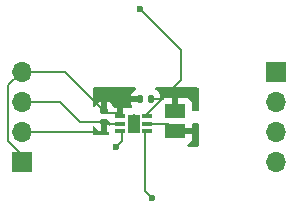
<source format=gbr>
%TF.GenerationSoftware,KiCad,Pcbnew,7.0.8*%
%TF.CreationDate,2023-10-23T16:10:47-04:00*%
%TF.ProjectId,BoostCircuit,426f6f73-7443-4697-9263-7569742e6b69,rev?*%
%TF.SameCoordinates,Original*%
%TF.FileFunction,Copper,L1,Top*%
%TF.FilePolarity,Positive*%
%FSLAX46Y46*%
G04 Gerber Fmt 4.6, Leading zero omitted, Abs format (unit mm)*
G04 Created by KiCad (PCBNEW 7.0.8) date 2023-10-23 16:10:47*
%MOMM*%
%LPD*%
G01*
G04 APERTURE LIST*
G04 Aperture macros list*
%AMRoundRect*
0 Rectangle with rounded corners*
0 $1 Rounding radius*
0 $2 $3 $4 $5 $6 $7 $8 $9 X,Y pos of 4 corners*
0 Add a 4 corners polygon primitive as box body*
4,1,4,$2,$3,$4,$5,$6,$7,$8,$9,$2,$3,0*
0 Add four circle primitives for the rounded corners*
1,1,$1+$1,$2,$3*
1,1,$1+$1,$4,$5*
1,1,$1+$1,$6,$7*
1,1,$1+$1,$8,$9*
0 Add four rect primitives between the rounded corners*
20,1,$1+$1,$2,$3,$4,$5,0*
20,1,$1+$1,$4,$5,$6,$7,0*
20,1,$1+$1,$6,$7,$8,$9,0*
20,1,$1+$1,$8,$9,$2,$3,0*%
G04 Aperture macros list end*
%TA.AperFunction,ComponentPad*%
%ADD10R,1.700000X1.700000*%
%TD*%
%TA.AperFunction,ComponentPad*%
%ADD11O,1.700000X1.700000*%
%TD*%
%TA.AperFunction,SMDPad,CuDef*%
%ADD12R,0.849999X0.399999*%
%TD*%
%TA.AperFunction,SMDPad,CuDef*%
%ADD13R,0.849998X0.399998*%
%TD*%
%TA.AperFunction,SMDPad,CuDef*%
%ADD14R,1.000000X1.599999*%
%TD*%
%TA.AperFunction,ComponentPad*%
%ADD15C,0.499999*%
%TD*%
%TA.AperFunction,SMDPad,CuDef*%
%ADD16RoundRect,0.140000X0.140000X0.170000X-0.140000X0.170000X-0.140000X-0.170000X0.140000X-0.170000X0*%
%TD*%
%TA.AperFunction,SMDPad,CuDef*%
%ADD17R,1.800000X1.200000*%
%TD*%
%TA.AperFunction,SMDPad,CuDef*%
%ADD18RoundRect,0.140000X0.170000X-0.140000X0.170000X0.140000X-0.170000X0.140000X-0.170000X-0.140000X0*%
%TD*%
%TA.AperFunction,ViaPad*%
%ADD19C,0.600000*%
%TD*%
%TA.AperFunction,Conductor*%
%ADD20C,0.200000*%
%TD*%
G04 APERTURE END LIST*
D10*
%TO.P,J2,1,Pin_1*%
%TO.N,N/C*%
X144000000Y-100130000D03*
D11*
%TO.P,J2,2,Pin_2*%
X144000000Y-102670000D03*
%TO.P,J2,3,Pin_3*%
X144000000Y-105210000D03*
%TO.P,J2,4,Pin_4*%
X144000000Y-107750000D03*
%TD*%
D10*
%TO.P,J1,1,Pin_1*%
%TO.N,GND*%
X122500000Y-107730000D03*
D11*
%TO.P,J1,2,Pin_2*%
%TO.N,/Vout+*%
X122500000Y-105190000D03*
%TO.P,J1,3,Pin_3*%
X122500000Y-102650000D03*
%TO.P,J1,4,Pin_4*%
%TO.N,GND*%
X122500000Y-100110000D03*
%TD*%
D12*
%TO.P,U1,1,GND*%
%TO.N,GND*%
X130795000Y-103839999D03*
%TO.P,U1,2,VOUT*%
%TO.N,/Vout+*%
X130795000Y-104490000D03*
%TO.P,U1,3,FB*%
%TO.N,GND*%
X130795000Y-105139999D03*
%TO.P,U1,4,EN*%
%TO.N,Net-(U1-EN)*%
X133144998Y-105139999D03*
%TO.P,U1,5,SW*%
%TO.N,Net-(U1-SW)*%
X133144998Y-104490000D03*
D13*
%TO.P,U1,6,VIN*%
%TO.N,Net-(U1-EN)*%
X133144999Y-103839999D03*
D14*
%TO.P,U1,7,PAD*%
%TO.N,GND*%
X131969999Y-104490000D03*
D15*
%TO.P,U1,V*%
X131969999Y-103940001D03*
X131969999Y-105039999D03*
%TD*%
D16*
%TO.P,C1,1*%
%TO.N,Net-(U1-EN)*%
X133460000Y-102430000D03*
%TO.P,C1,2*%
%TO.N,GND*%
X132500000Y-102430000D03*
%TD*%
D17*
%TO.P,L1,1,1*%
%TO.N,Net-(U1-EN)*%
X135500000Y-103430000D03*
%TO.P,L1,2,2*%
%TO.N,Net-(U1-SW)*%
X135500000Y-105130000D03*
%TD*%
D18*
%TO.P,C2,1*%
%TO.N,/Vout+*%
X129500000Y-104390000D03*
%TO.P,C2,2*%
%TO.N,GND*%
X129500000Y-103430000D03*
%TD*%
D19*
%TO.N,GND*%
X130500000Y-106430000D03*
X131500000Y-102430000D03*
%TO.N,Net-(U1-EN)*%
X133500000Y-110750000D03*
X132500000Y-94750000D03*
%TD*%
D20*
%TO.N,GND*%
X126180000Y-100110000D02*
X129500000Y-103430000D01*
X130995000Y-105935000D02*
X130500000Y-106430000D01*
X132500000Y-102430000D02*
X131500000Y-102430000D01*
X130995000Y-102935000D02*
X131500000Y-102430000D01*
X122500000Y-100110000D02*
X126180000Y-100110000D01*
X130995000Y-105139999D02*
X130995000Y-105935000D01*
X130745001Y-103590000D02*
X130995000Y-103839999D01*
X129500000Y-103590000D02*
X130745001Y-103590000D01*
X121350000Y-101260000D02*
X122500000Y-100110000D01*
X121350000Y-105992763D02*
X121350000Y-101260000D01*
X122500000Y-107730000D02*
X122500000Y-107142763D01*
X122500000Y-107142763D02*
X121350000Y-105992763D01*
X130995000Y-103839999D02*
X130995000Y-102935000D01*
%TO.N,/Vout+*%
X125010000Y-105190000D02*
X129240000Y-105190000D01*
X122500000Y-105190000D02*
X125010000Y-105190000D01*
X125000000Y-105180000D02*
X125010000Y-105190000D01*
X125720000Y-102650000D02*
X127460000Y-104390000D01*
X130995000Y-104490000D02*
X129760000Y-104490000D01*
X122500000Y-102650000D02*
X125720000Y-102650000D01*
X129500000Y-104930000D02*
X129500000Y-104390000D01*
X129760000Y-104490000D02*
X129500000Y-104230000D01*
X129240000Y-105190000D02*
X129500000Y-104930000D01*
X127460000Y-104390000D02*
X129500000Y-104390000D01*
%TO.N,Net-(U1-EN)*%
X132944998Y-110194998D02*
X132944998Y-105139999D01*
X133500000Y-110750000D02*
X132944998Y-110194998D01*
X136000000Y-100784997D02*
X132944998Y-103839999D01*
X136000000Y-98250000D02*
X136000000Y-100784997D01*
X133460000Y-102430000D02*
X134500000Y-102430000D01*
X132500000Y-94750000D02*
X136000000Y-98250000D01*
%TO.N,Net-(U1-SW)*%
X134860000Y-104490000D02*
X135500000Y-105130000D01*
X132944998Y-104490000D02*
X134860000Y-104490000D01*
%TD*%
%TA.AperFunction,Conductor*%
%TO.N,/Vout+*%
G36*
X129845205Y-104206572D02*
G01*
X129903879Y-104244508D01*
X129921720Y-104274671D01*
X129921953Y-104274545D01*
X129925651Y-104281318D01*
X129926124Y-104282117D01*
X129926202Y-104282326D01*
X129926206Y-104282334D01*
X130012452Y-104397543D01*
X130017227Y-104402318D01*
X130050712Y-104463641D01*
X130045728Y-104533333D01*
X130017227Y-104577680D01*
X130012455Y-104582451D01*
X129995462Y-104605150D01*
X129939527Y-104647019D01*
X129869835Y-104652000D01*
X129847860Y-104640000D01*
X129750000Y-104640000D01*
X129750000Y-105168790D01*
X129755748Y-105174104D01*
X129804151Y-105184274D01*
X129853907Y-105233326D01*
X129869500Y-105293516D01*
X129869501Y-105305990D01*
X129849822Y-105373031D01*
X129797022Y-105418790D01*
X129745501Y-105430000D01*
X128624000Y-105430000D01*
X128556961Y-105410315D01*
X128511206Y-105357511D01*
X128500000Y-105306000D01*
X128500000Y-104835056D01*
X128519685Y-104768017D01*
X128572489Y-104722262D01*
X128641647Y-104712318D01*
X128705203Y-104741343D01*
X128733414Y-104779824D01*
X128733997Y-104779480D01*
X128737484Y-104785376D01*
X128737802Y-104785810D01*
X128737969Y-104786197D01*
X128820278Y-104925374D01*
X128820285Y-104925383D01*
X128934616Y-105039714D01*
X128934625Y-105039721D01*
X129073804Y-105122031D01*
X129229089Y-105167145D01*
X129250000Y-105168789D01*
X129250000Y-104334500D01*
X129269685Y-104267461D01*
X129322489Y-104221706D01*
X129374000Y-104210500D01*
X129734692Y-104210500D01*
X129745062Y-104209683D01*
X129770993Y-104207643D01*
X129775340Y-104206380D01*
X129845205Y-104206572D01*
G37*
%TD.AperFunction*%
%TD*%
%TA.AperFunction,Conductor*%
%TO.N,Net-(U1-SW)*%
G36*
X137443039Y-104449685D02*
G01*
X137488794Y-104502489D01*
X137500000Y-104554000D01*
X137500000Y-106306000D01*
X137480315Y-106373039D01*
X137427511Y-106418794D01*
X137376000Y-106430000D01*
X136641278Y-106430000D01*
X136574239Y-106410315D01*
X136528484Y-106357511D01*
X136518540Y-106288353D01*
X136547565Y-106224797D01*
X136597945Y-106189818D01*
X136642086Y-106173354D01*
X136642093Y-106173350D01*
X136757187Y-106087190D01*
X136757190Y-106087187D01*
X136843350Y-105972093D01*
X136843354Y-105972086D01*
X136893596Y-105837379D01*
X136893598Y-105837372D01*
X136899999Y-105777844D01*
X136900000Y-105777827D01*
X136900000Y-105380000D01*
X135374000Y-105380000D01*
X135306961Y-105360315D01*
X135261206Y-105307511D01*
X135250000Y-105256000D01*
X135250000Y-105004000D01*
X135269685Y-104936961D01*
X135322489Y-104891206D01*
X135374000Y-104880000D01*
X136900000Y-104880000D01*
X136900000Y-104554000D01*
X136919685Y-104486961D01*
X136972489Y-104441206D01*
X137024000Y-104430000D01*
X137376000Y-104430000D01*
X137443039Y-104449685D01*
G37*
%TD.AperFunction*%
%TD*%
%TA.AperFunction,Conductor*%
%TO.N,GND*%
G36*
X132121983Y-101449685D02*
G01*
X132167738Y-101502489D01*
X132177682Y-101571647D01*
X132148657Y-101635203D01*
X132110175Y-101663414D01*
X132110520Y-101663997D01*
X132104623Y-101667484D01*
X132104190Y-101667802D01*
X132103802Y-101667969D01*
X131964625Y-101750278D01*
X131964616Y-101750285D01*
X131850285Y-101864616D01*
X131850278Y-101864625D01*
X131767968Y-102003804D01*
X131767966Y-102003809D01*
X131722855Y-102159081D01*
X131722854Y-102159087D01*
X131721209Y-102179999D01*
X131721210Y-102180000D01*
X132500000Y-102180000D01*
X132500000Y-102680000D01*
X131721210Y-102680000D01*
X131722854Y-102700910D01*
X131767968Y-102856195D01*
X131854252Y-103002093D01*
X131851492Y-103003724D01*
X131871642Y-103055005D01*
X131857979Y-103123526D01*
X131809440Y-103173783D01*
X131748130Y-103190000D01*
X131466642Y-103190000D01*
X131423308Y-103182182D01*
X131327376Y-103146401D01*
X131327372Y-103146400D01*
X131267844Y-103139999D01*
X130994999Y-103139999D01*
X130994999Y-103665500D01*
X130975314Y-103732539D01*
X130922510Y-103778294D01*
X130870999Y-103789500D01*
X130719001Y-103789500D01*
X130651962Y-103769815D01*
X130606207Y-103717011D01*
X130595001Y-103665500D01*
X130595001Y-103139999D01*
X130385986Y-103139999D01*
X130318947Y-103120314D01*
X130273192Y-103067510D01*
X130266910Y-103050594D01*
X130262033Y-103033809D01*
X130262031Y-103033804D01*
X130179721Y-102894625D01*
X130179714Y-102894616D01*
X130065383Y-102780285D01*
X130065374Y-102780278D01*
X129926195Y-102697968D01*
X129926190Y-102697966D01*
X129770918Y-102652855D01*
X129770912Y-102652854D01*
X129750000Y-102651209D01*
X129750000Y-103485500D01*
X129730315Y-103552539D01*
X129677511Y-103598294D01*
X129626000Y-103609500D01*
X129374000Y-103609500D01*
X129306961Y-103589815D01*
X129261206Y-103537011D01*
X129250000Y-103485500D01*
X129250000Y-102651210D01*
X129249999Y-102651209D01*
X129229087Y-102652854D01*
X129229081Y-102652855D01*
X129073809Y-102697966D01*
X129073804Y-102697968D01*
X128934625Y-102780278D01*
X128934616Y-102780285D01*
X128820285Y-102894616D01*
X128820278Y-102894625D01*
X128737966Y-103033807D01*
X128737799Y-103034195D01*
X128737586Y-103034450D01*
X128733997Y-103040520D01*
X128733017Y-103039940D01*
X128693107Y-103087901D01*
X128626473Y-103108918D01*
X128559054Y-103090575D01*
X128512255Y-103038694D01*
X128500000Y-102984943D01*
X128500000Y-101554000D01*
X128519685Y-101486961D01*
X128572489Y-101441206D01*
X128624000Y-101430000D01*
X132054944Y-101430000D01*
X132121983Y-101449685D01*
G37*
%TD.AperFunction*%
%TD*%
%TA.AperFunction,Conductor*%
%TO.N,Net-(U1-EN)*%
G36*
X137443039Y-101449685D02*
G01*
X137488794Y-101502489D01*
X137500000Y-101554000D01*
X137500000Y-103306000D01*
X137480315Y-103373039D01*
X137427511Y-103418794D01*
X137376000Y-103430000D01*
X137024000Y-103430000D01*
X136956961Y-103410315D01*
X136911206Y-103357511D01*
X136900000Y-103306000D01*
X136900000Y-102782172D01*
X136899999Y-102782155D01*
X136893598Y-102722627D01*
X136893596Y-102722620D01*
X136843354Y-102587913D01*
X136843350Y-102587906D01*
X136757190Y-102472812D01*
X136757187Y-102472809D01*
X136642093Y-102386649D01*
X136642086Y-102386645D01*
X136507379Y-102336403D01*
X136507372Y-102336401D01*
X136447844Y-102330000D01*
X135750000Y-102330000D01*
X135750000Y-103430000D01*
X135250000Y-103430000D01*
X135250000Y-102330000D01*
X134552155Y-102330000D01*
X134492627Y-102336401D01*
X134492617Y-102336403D01*
X134407331Y-102368213D01*
X134337640Y-102373197D01*
X134276317Y-102339711D01*
X134242833Y-102278388D01*
X134239999Y-102252031D01*
X134239999Y-102195364D01*
X134237145Y-102159089D01*
X134192030Y-102003803D01*
X134109721Y-101864625D01*
X134109714Y-101864616D01*
X133995383Y-101750285D01*
X133995374Y-101750278D01*
X133856197Y-101667969D01*
X133855810Y-101667802D01*
X133855554Y-101667589D01*
X133849480Y-101663997D01*
X133850059Y-101663017D01*
X133802102Y-101623112D01*
X133781081Y-101556479D01*
X133799421Y-101489059D01*
X133851300Y-101442258D01*
X133905056Y-101430000D01*
X137376000Y-101430000D01*
X137443039Y-101449685D01*
G37*
%TD.AperFunction*%
%TD*%
M02*

</source>
